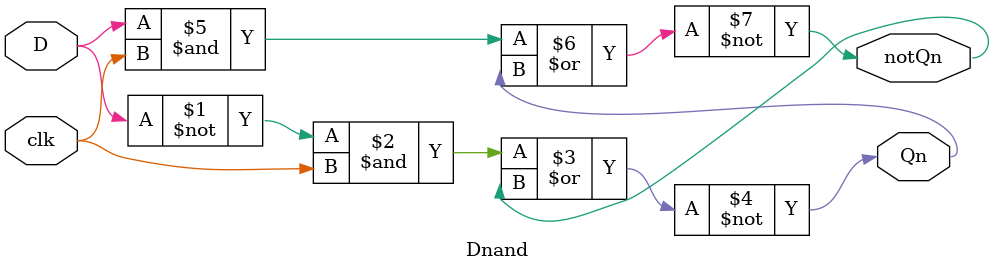
<source format=v>
`timescale 1ns / 1ps


module Dnand(
    input D, clk,
    output Qn, notQn
    );
    
    
    assign Qn = ~((~D&clk)|notQn);
    assign notQn = ~((D&clk)|Qn);
    
endmodule

</source>
